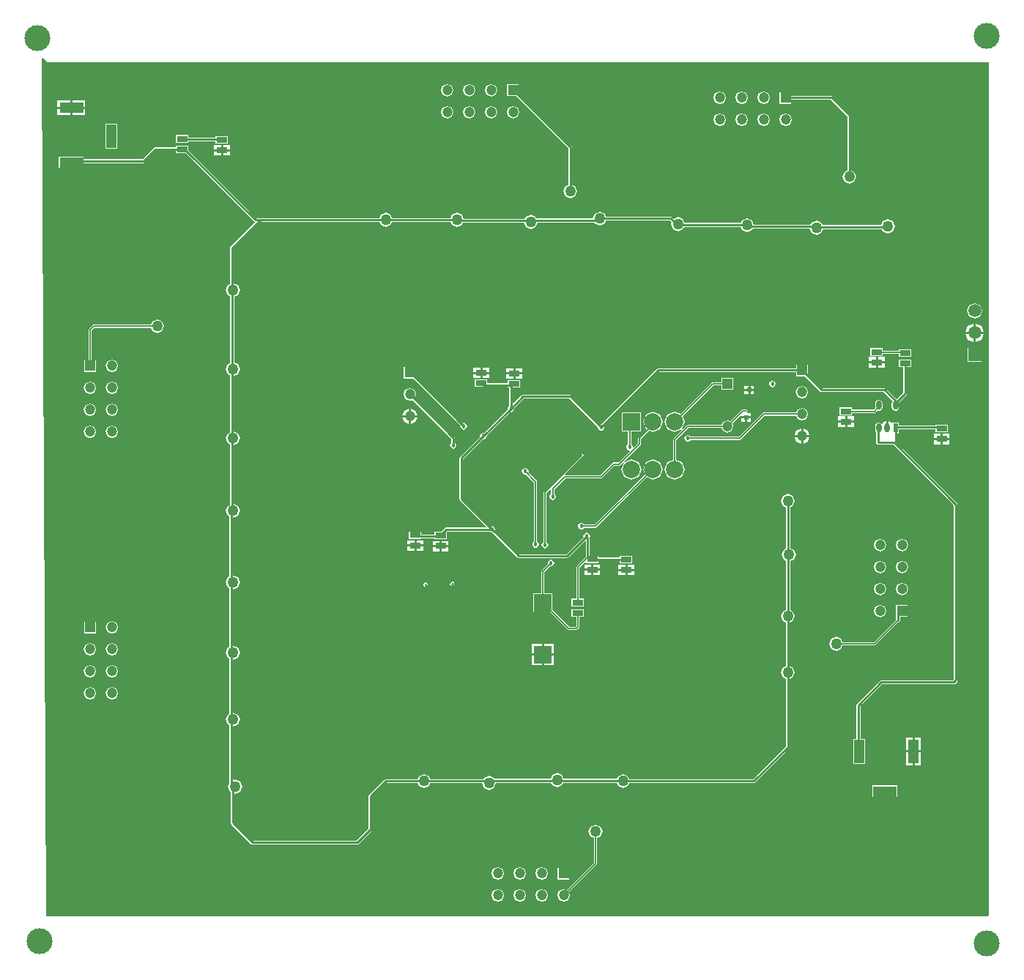
<source format=gbl>
%FSTAX23Y23*%
%MOIN*%
%SFA1B1*%

%IPPOS*%
%ADD12C,0.010000*%
%ADD13R,0.051181X0.027559*%
%ADD22R,0.023622X0.019685*%
%ADD45C,0.007000*%
%ADD46R,0.047244X0.047244*%
%ADD47C,0.047244*%
%ADD48R,0.078740X0.078740*%
%ADD49C,0.078740*%
%ADD50C,0.118110*%
%ADD51R,0.059055X0.059055*%
%ADD52C,0.059055*%
%ADD53R,0.106299X0.047244*%
%ADD54R,0.047244X0.106299*%
%ADD55R,0.047244X0.047244*%
%ADD56C,0.018000*%
%ADD57C,0.050000*%
%ADD58O,0.023622X0.043307*%
%ADD59R,0.023622X0.043307*%
%LNpcb1-1*%
%LPD*%
G36*
X02685Y04485D02*
X0697D01*
Y00605*
X06965Y006*
X0268*
X0266Y04503*
X02664Y04505*
X02685Y04485*
G37*
%LNpcb1-2*%
%LPC*%
G36*
X04705Y04388D02*
X04684Y0438D01*
X04676Y0436*
X04684Y04339*
X04705Y04331*
X04725Y04339*
X04733Y0436*
X04725Y0438*
X04705Y04388*
G37*
G36*
X04605D02*
X04584Y0438D01*
X04576Y0436*
X04584Y04339*
X04605Y04331*
X04625Y04339*
X04633Y0436*
X04625Y0438*
X04605Y04388*
G37*
G36*
X04505D02*
X04484Y0438D01*
X04476Y0436*
X04484Y04339*
X04505Y04331*
X04525Y04339*
X04533Y0436*
X04525Y0438*
X04505Y04388*
G37*
G36*
X05945Y04353D02*
X05924Y04345D01*
X05916Y04325*
X05924Y04304*
X05945Y04296*
X05965Y04304*
X05973Y04325*
X05965Y04345*
X05945Y04353*
G37*
G36*
X05845D02*
X05824Y04345D01*
X05816Y04325*
X05824Y04304*
X05845Y04296*
X05865Y04304*
X05873Y04325*
X05865Y04345*
X05845Y04353*
G37*
G36*
X05745D02*
X05724Y04345D01*
X05716Y04325*
X05724Y04304*
X05745Y04296*
X05765Y04304*
X05773Y04325*
X05765Y04345*
X05745Y04353*
G37*
G36*
X02858Y04313D02*
X028D01*
Y04284*
X02858*
Y04313*
G37*
G36*
X0279D02*
X02731D01*
Y04284*
X0279*
Y04313*
G37*
G36*
X02858Y04274D02*
X028D01*
Y04246*
X02858*
Y04274*
G37*
G36*
X0279D02*
X02731D01*
Y04246*
X0279*
Y04274*
G37*
G36*
X04805Y04288D02*
X04784Y0428D01*
X04776Y0426*
X04784Y04239*
X04805Y04231*
X04825Y04239*
X04833Y0426*
X04825Y0428*
X04805Y04288*
G37*
G36*
X04705D02*
X04684Y0428D01*
X04676Y0426*
X04684Y04239*
X04705Y04231*
X04725Y04239*
X04733Y0426*
X04725Y0428*
X04705Y04288*
G37*
G36*
X04605D02*
X04584Y0428D01*
X04576Y0426*
X04584Y04239*
X04605Y04231*
X04625Y04239*
X04633Y0426*
X04625Y0428*
X04605Y04288*
G37*
G36*
X04505D02*
X04484Y0428D01*
X04476Y0426*
X04484Y04239*
X04505Y04231*
X04525Y04239*
X04533Y0426*
X04525Y0428*
X04505Y04288*
G37*
G36*
X06045Y04253D02*
X06024Y04245D01*
X06016Y04225*
X06024Y04204*
X06045Y04196*
X06065Y04204*
X06073Y04225*
X06065Y04245*
X06045Y04253*
G37*
G36*
X05945D02*
X05924Y04245D01*
X05916Y04225*
X05924Y04204*
X05945Y04196*
X05965Y04204*
X05973Y04225*
X05965Y04245*
X05945Y04253*
G37*
G36*
X05845D02*
X05824Y04245D01*
X05816Y04225*
X05824Y04204*
X05845Y04196*
X05865Y04204*
X05873Y04225*
X05865Y04245*
X05845Y04253*
G37*
G36*
X05745D02*
X05724Y04245D01*
X05716Y04225*
X05724Y04204*
X05745Y04196*
X05765Y04204*
X05773Y04225*
X05765Y04245*
X05745Y04253*
G37*
G36*
X03328Y04155D02*
X03271D01*
Y04121*
X03328*
Y04127*
X03451*
Y04116*
X03508*
Y0415*
X03451*
Y04144*
X03328*
Y04155*
G37*
G36*
X03002Y04205D02*
X02949D01*
Y04093*
X03002*
Y04205*
G37*
G36*
X03515Y0411D02*
X03485D01*
Y04091*
X03515*
Y0411*
G37*
G36*
X03475D02*
X03444D01*
Y04091*
X03475*
Y0411*
G37*
G36*
X03515Y04081D02*
X03485D01*
Y04062*
X03515*
Y04081*
G37*
G36*
X03475D02*
X03444D01*
Y04062*
X03475*
Y04081*
G37*
G36*
X06071Y04351D02*
X06018D01*
Y04298*
X06071*
Y04316*
X06251*
X06326Y04241*
Y03993*
X06312Y03987*
X06302Y03965*
X06312Y03942*
X06335Y03932*
X06357Y03942*
X06367Y03965*
X06357Y03987*
X06343Y03993*
Y04245*
X06341Y04251*
X06261Y04331*
X06255Y04333*
X06071*
Y04351*
G37*
G36*
X04831Y04386D02*
X04778D01*
Y04333*
X04819*
X05056Y04096*
Y03928*
X05042Y03922*
X05032Y039*
X05042Y03877*
X05065Y03867*
X05087Y03877*
X05097Y039*
X05087Y03922*
X05073Y03928*
Y041*
X05071Y04106*
X04831Y04345*
Y04386*
G37*
G36*
X03328Y04108D02*
X03271D01*
Y041*
X03177*
X03171Y04097*
X03119Y04045*
X02851*
Y04058*
X02738*
Y04005*
X02851*
Y04028*
X03123*
X03129Y0403*
X03181Y04082*
X03271*
Y04074*
X03316*
X03627Y03763*
X03628Y03763*
X0363Y03757*
X03518Y03646*
X03516Y0364*
Y03476*
X03507Y03472*
X03497Y0345*
X03507Y03427*
X03518Y03422*
Y03117*
X03507Y03112*
X03497Y0309*
X03507Y03067*
X03516Y03063*
Y02801*
X03507Y02797*
X03497Y02775*
X03507Y02752*
X03516Y02748*
Y02471*
X03507Y02467*
X03497Y02445*
X03507Y02422*
X03513Y02419*
Y02145*
X03507Y02142*
X03497Y0212*
X03507Y02097*
X03513Y02094*
Y01825*
X03507Y01822*
X03497Y018*
X03507Y01777*
X03514Y01773*
Y01521*
X03507Y01517*
X03497Y01495*
X03507Y01472*
X03514Y01469*
Y01205*
X03507Y0119*
X03517Y01167*
X03521Y01165*
Y01025*
X03523Y01018*
X03613Y00928*
X0362Y00926*
X04095*
X04101Y00928*
X04161Y00988*
X04163Y00995*
Y01141*
X04228Y01206*
X04371*
X04377Y01192*
X044Y01182*
X04422Y01192*
X04428Y01206*
X04662*
X04672Y01184*
X04695Y01174*
X04717Y01184*
X04727Y01207*
X04728Y01208*
X04977*
X04982Y01197*
X05005Y01187*
X05027Y01197*
X05032Y01208*
X05275*
X05282Y01192*
X05305Y01182*
X05327Y01192*
X05333Y01206*
X059*
X05906Y01208*
X06061Y01363*
X06063Y0137*
Y01681*
X06077Y01687*
X06087Y0171*
X06077Y01732*
X06063Y01738*
Y01936*
X06077Y01942*
X06087Y01965*
X06077Y01987*
X06066Y01992*
Y02215*
X06082Y02222*
X06092Y02245*
X06082Y02267*
X06066Y02274*
Y02462*
X06077Y02467*
X06087Y0249*
X06077Y02512*
X06055Y02522*
X06032Y02512*
X06022Y0249*
X06032Y02467*
X06048Y0246*
Y02272*
X06037Y02267*
X06027Y02245*
X06037Y02222*
X06048Y02217*
Y01994*
X06032Y01987*
X06022Y01965*
X06032Y01942*
X06046Y01936*
Y01738*
X06032Y01732*
X06022Y0171*
X06032Y01687*
X06046Y01681*
Y01373*
X05896Y01223*
X05333*
X05327Y01237*
X05305Y01247*
X05282Y01237*
X05277Y01226*
X05034*
X05027Y01242*
X05005Y01252*
X04982Y01242*
X04975Y01226*
X04719*
X04717Y0123*
X04695Y01239*
X04672Y0123*
X04669Y01223*
X04428*
X04422Y01237*
X044Y01247*
X04377Y01237*
X04371Y01223*
X04225*
X04218Y01221*
X04148Y01151*
X04146Y01145*
Y00998*
X04091Y00943*
X03623*
X03538Y01028*
Y01156*
X0354Y01157*
X03562Y01167*
X03572Y0119*
X03562Y01212*
X0354Y01222*
X03535Y0122*
X03531Y01223*
Y01463*
X03552Y01472*
X03562Y01495*
X03552Y01517*
X03531Y01526*
Y01768*
X03552Y01777*
X03562Y018*
X03552Y01822*
X03531Y01831*
Y02088*
X03552Y02097*
X03562Y0212*
X03552Y02142*
X03531Y02151*
Y02413*
X03552Y02422*
X03562Y02445*
X03552Y02467*
X03533Y02475*
Y02744*
X03552Y02752*
X03562Y02775*
X03552Y02797*
X03533Y02805*
Y03059*
X03552Y03067*
X03562Y0309*
X03552Y03112*
X03536Y03119*
Y0342*
X03552Y03427*
X03562Y0345*
X03552Y03472*
X03533Y0348*
Y03636*
X03658Y03761*
X04196*
X04202Y03747*
X04225Y03737*
X04247Y03747*
X04253Y03761*
X04521*
X04527Y03747*
X0455Y03737*
X04572Y03747*
X04576Y03756*
X04854*
X04862Y03737*
X04885Y03727*
X04907Y03737*
X04916Y03758*
X05174*
X05177Y03752*
X052Y03742*
X05222Y03752*
X05228Y03766*
X05519*
X05526Y03759*
X05522Y0375*
X05532Y03727*
X05555Y03717*
X05577Y03727*
X05582Y03738*
X0584*
X05847Y03722*
X0587Y03712*
X05892Y03722*
X05896Y0373*
X06153*
X06162Y0371*
X06185Y037*
X06207Y0371*
X06215Y03727*
X06482*
X06487Y03717*
X0651Y03707*
X06532Y03717*
X06542Y0374*
X06532Y03762*
X0651Y03772*
X06487Y03762*
X06479Y03745*
X06212*
X06207Y03756*
X06185Y03765*
X06162Y03756*
X06158Y03747*
X05901*
X05892Y03767*
X0587Y03777*
X05847Y03767*
X05842Y03756*
X05584*
X05577Y03772*
X05555Y03782*
X05536Y03774*
X05529Y03781*
X05523Y03783*
X05228*
X05222Y03797*
X052Y03807*
X05177Y03797*
X05168Y03776*
X0491*
X04907Y03782*
X04885Y03792*
X04862Y03782*
X04858Y03773*
X0458*
X04572Y03792*
X0455Y03802*
X04527Y03792*
X04521Y03778*
X04253*
X04247Y03792*
X04225Y03802*
X04202Y03792*
X04196Y03778*
X03636*
X03328Y04086*
Y04108*
G37*
G36*
X06905Y0339D02*
X0688Y03379D01*
X06869Y03355*
X0688Y0333*
X06905Y03319*
X06929Y0333*
X0694Y03355*
X06929Y03379*
X06905Y0339*
G37*
G36*
X0691Y03295D02*
Y0326D01*
X06945*
X06935Y03285*
X0691Y03295*
G37*
G36*
X069D02*
X06874Y03285D01*
X06864Y0326*
X069*
Y03295*
G37*
G36*
X03185Y03317D02*
X03162Y03307D01*
X03155Y03292*
X02895*
X0289Y03289*
X02875Y03274*
X02872Y0327*
Y03131*
X02853*
Y03078*
X02906*
Y03131*
X02887*
Y03267*
X02897Y03277*
X03155*
X03162Y03262*
X03185Y03252*
X03207Y03262*
X03217Y03285*
X03207Y03307*
X03185Y03317*
G37*
G36*
X06945Y0325D02*
X0691D01*
Y03214*
X06935Y03224*
X06945Y0325*
G37*
G36*
X069D02*
X06864D01*
X06874Y03224*
X069Y03214*
Y0325*
G37*
G36*
X06488Y03185D02*
X06431D01*
Y03151*
X06488*
Y03159*
X06561*
Y03146*
X06618*
Y0318*
X06561*
Y03173*
X06488*
Y03185*
G37*
G36*
X06495Y03145D02*
X06465D01*
Y03126*
X06495*
Y03145*
G37*
G36*
X06455D02*
X06424D01*
Y03126*
X06455*
Y03145*
G37*
G36*
X06937Y03187D02*
X06872D01*
Y03122*
X06937*
Y03187*
G37*
G36*
X06495Y03116D02*
X06465D01*
Y03097*
X06495*
Y03116*
G37*
G36*
X06455D02*
X06424D01*
Y03097*
X06455*
Y03116*
G37*
G36*
X04695Y03097D02*
X04665D01*
Y03078*
X04695*
Y03097*
G37*
G36*
X04655D02*
X04624D01*
Y03078*
X04655*
Y03097*
G37*
G36*
X0298Y03133D02*
X02959Y03125D01*
X02951Y03105*
X02959Y03084*
X0298Y03076*
X03Y03084*
X03008Y03105*
X03Y03125*
X0298Y03133*
G37*
G36*
X04845Y03093D02*
X04815D01*
Y03075*
X04845*
Y03093*
G37*
G36*
X04805D02*
X04774D01*
Y03075*
X04805*
Y03093*
G37*
G36*
X04695Y03068D02*
X04665D01*
Y03049*
X04695*
Y03068*
G37*
G36*
X04655D02*
X04624D01*
Y03049*
X04655*
Y03068*
G37*
G36*
X04845Y03065D02*
X04815D01*
Y03046*
X04845*
Y03065*
G37*
G36*
X04805D02*
X04774D01*
Y03046*
X04805*
Y03065*
G37*
G36*
X05985Y03038D02*
X05974Y03033D01*
X05969Y03022*
X05974Y03012*
X05985Y03007*
X05995Y03012*
X06Y03022*
X05995Y03033*
X05985Y03038*
G37*
G36*
X05901Y03014D02*
X05885D01*
Y03*
X05901*
Y03014*
G37*
G36*
X05875D02*
X05858D01*
Y03*
X05875*
Y03014*
G37*
G36*
X05806Y03049D02*
X05753D01*
Y03029*
X05712*
X05707Y03027*
X05565Y02885*
X0554Y02895*
X05507Y02882*
X05494Y0285*
X05507Y02817*
X0554Y02804*
X05569Y02816*
X05572Y02812*
X05535Y02774*
X05532Y0277*
Y02676*
X05507Y02665*
X05494Y02633*
X05507Y02601*
X0554Y02587*
X05572Y02601*
X05585Y02633*
X05572Y02665*
X05547Y02676*
Y02767*
X05602Y02822*
X05754*
X05759Y02809*
X0578Y02801*
X058Y02809*
X05808Y0283*
X05803Y02843*
X05838Y02878*
X05843Y02876*
Y02875*
X05865*
X05886*
Y02889*
X0587*
X05869Y02894*
X05869Y02895*
X05872Y029*
X05869Y02904*
X05865Y02907*
X0585*
X05845Y02904*
X05793Y02853*
X0578Y02858*
X05759Y0285*
X05754Y02837*
X056*
X05595Y02834*
X05577Y02817*
X05573Y0282*
X05585Y0285*
X05575Y02875*
X05715Y03015*
X05753*
Y02996*
X05806*
Y03049*
G37*
G36*
X0298Y03033D02*
X02959Y03025D01*
X02951Y03005*
X02959Y02984*
X0298Y02976*
X03Y02984*
X03008Y03005*
X03Y03025*
X0298Y03033*
G37*
G36*
X0288D02*
X02859Y03025D01*
X02851Y03005*
X02859Y02984*
X0288Y02976*
X029Y02984*
X02908Y03005*
X029Y03025*
X0288Y03033*
G37*
G36*
X05901Y0299D02*
X05885D01*
Y02975*
X05901*
Y0299*
G37*
G36*
X05875D02*
X05858D01*
Y02975*
X05875*
Y0299*
G37*
G36*
X0612Y03013D02*
X06099Y03005D01*
X06091Y02985*
X06099Y02964*
X0612Y02956*
X0614Y02964*
X06148Y02985*
X0614Y03005*
X0612Y03013*
G37*
G36*
X06618Y03133D02*
X06561D01*
Y03099*
X06581*
Y02983*
X0655Y02952*
X06501Y03001*
X06495Y03003*
X06213*
X06146Y0307*
Y03111*
X06093*
Y03093*
X05465*
X05458Y03091*
X05207Y02839*
X05205Y0284*
X05202Y02839*
X05071Y02971*
X05065Y02973*
X0485*
X04843Y02971*
X04808Y02935*
X04803Y02937*
Y03005*
X04838*
Y03039*
X04781*
Y03027*
X04688*
Y03043*
X04631*
Y03009*
X04688*
Y0301*
X04781*
Y03005*
X04786*
Y02921*
X04784Y0292*
X04779Y0291*
X0478Y02907*
X04672Y02799*
X0467Y028*
X04659Y02795*
X04654Y02785*
X04655Y02782*
X04563Y02691*
X04561Y02685*
Y025*
X04563Y02493*
X04683Y02373*
X04681Y02369*
X045*
X04494Y02366*
X04476Y02349*
X04446*
Y02338*
X04388*
Y02351*
X04331*
Y02318*
X04388*
Y02321*
X04446*
Y02315*
X04503*
Y02349*
X04507Y02351*
X04697*
X04698Y02349*
X04709Y02345*
X04711Y02346*
X04788Y02268*
X04823Y02233*
X0483Y02231*
X0505*
X05056Y02233*
X05131Y02308*
X05135Y02306*
Y02235*
X05095Y02194*
X05092Y02189*
Y02045*
X05071*
Y02011*
X05128*
Y02045*
X05107*
Y02186*
X05131Y02211*
X05136Y02209*
Y02208*
X05193*
Y02215*
X05291*
Y02206*
X05348*
Y0224*
X05291*
Y02232*
X05193*
Y02241*
X05153*
Y02323*
X05152Y02324*
X05155Y0233*
X0515Y0234*
X0514Y02345*
X05129Y0234*
X05124Y0233*
X05125Y02327*
X05046Y02248*
X04833*
X04801Y02281*
X04723Y02358*
X04724Y0236*
X0472Y02371*
X04709Y02375*
X04707Y02374*
X04578Y02503*
Y02681*
X04667Y0277*
X0467Y02769*
X0468Y02774*
X04685Y02785*
X04684Y02787*
X04792Y02895*
X04795Y02894*
X04805Y02899*
X0481Y0291*
X04809Y02912*
X04853Y02956*
X05061*
X0519Y02827*
X05189Y02825*
X05194Y02814*
X05205Y02809*
X05215Y02814*
X0522Y02825*
X05219Y02827*
X05468Y03076*
X06093*
Y03058*
X06134*
X06203Y02988*
X0621Y02986*
X06491*
X06533Y02944*
X06528Y02934*
Y02915*
X06533Y02903*
X06545Y02899*
X06556Y02903*
X06561Y02915*
Y02934*
X06559Y02937*
X06596Y02973*
X06598Y02979*
Y03099*
X06618*
Y03133*
G37*
G36*
X0647Y0295D02*
X06458Y02946D01*
X06454Y02934*
Y02915*
X06454Y02913*
X06447Y02905*
X06348*
Y02915*
X06291*
Y02881*
X06348*
Y02891*
X06449*
X06454Y02893*
X06463Y02901*
X0647Y02899*
X06481Y02903*
X06486Y02915*
Y02934*
X06481Y02946*
X0647Y0295*
G37*
G36*
X0434Y02909D02*
Y0288D01*
X04369*
X0436Y029*
X0434Y02909*
G37*
G36*
X0433D02*
X04309Y029D01*
X043Y0288*
X0433*
Y02909*
G37*
G36*
X0298Y02933D02*
X02959Y02925D01*
X02951Y02905*
X02959Y02884*
X0298Y02876*
X03Y02884*
X03008Y02905*
X03Y02925*
X0298Y02933*
G37*
G36*
X0288D02*
X02859Y02925D01*
X02851Y02905*
X02859Y02884*
X0288Y02876*
X029Y02884*
X02908Y02905*
X029Y02925*
X0288Y02933*
G37*
G36*
X06355Y02875D02*
X06325D01*
Y02856*
X06355*
Y02875*
G37*
G36*
X06315D02*
X06284D01*
Y02856*
X06315*
Y02875*
G37*
G36*
X0612Y02913D02*
X06099Y02905D01*
X06094Y02892*
X05945*
X0594Y02889*
X05832Y02782*
X05612*
X0561Y02785*
X056Y0279*
X05589Y02785*
X05584Y02775*
X05589Y02764*
X056Y02759*
X0561Y02764*
X05612Y02767*
X05835*
X0584Y0277*
X05948Y02877*
X06094*
X06099Y02864*
X0612Y02856*
X0614Y02864*
X06148Y02885*
X0614Y02905*
X0612Y02913*
G37*
G36*
X05886Y02865D02*
X0587D01*
Y0285*
X05886*
Y02865*
G37*
G36*
X0586D02*
X05843D01*
Y0285*
X0586*
Y02865*
G37*
G36*
X04369Y0287D02*
X0434D01*
Y0284*
X0436Y02849*
X04369Y0287*
G37*
G36*
X0433D02*
X043D01*
X04309Y02849*
X0433Y0284*
Y0287*
G37*
G36*
X06355Y02846D02*
X06325D01*
Y02827*
X06355*
Y02846*
G37*
G36*
X06315D02*
X06284D01*
Y02827*
X06315*
Y02846*
G37*
G36*
X06512Y02854D02*
Y02822D01*
X06502*
Y02854*
X0649Y02849*
X06487Y02841*
X06482*
X06481Y02843*
X0647Y02848*
X06458Y02843*
X06454Y02832*
Y02812*
X06458Y02801*
X06458Y02801*
Y02759*
X06457Y02755*
X06459Y02748*
X06465Y02746*
X06535*
X06811Y0247*
Y01678*
X06806Y01673*
X0648*
X06473Y01671*
X0637Y01568*
X06368Y01561*
Y01406*
X06367Y01406*
X06353*
Y01293*
X06406*
Y01406*
X06386*
X06385Y01406*
Y01558*
X06483Y01656*
X0681*
X06816Y01658*
X06826Y01668*
X06828Y01675*
Y02474*
X06826Y0248*
X06551Y02755*
X06553Y0276*
Y02797*
X06559*
Y02816*
X06726*
Y02803*
X06783*
Y02836*
X06726*
Y02833*
X06559*
Y02847*
X0653*
X06525Y02846*
X06524Y02849*
X06512Y02854*
G37*
G36*
X04361Y03101D02*
X04308D01*
Y03048*
X04349*
X04565Y02832*
X04564Y0283*
X04569Y02819*
X0458Y02814*
X0459Y02819*
X04595Y0283*
X0459Y0284*
X0458Y02845*
X04577Y02844*
X04361Y0306*
Y03101*
G37*
G36*
X06125Y02819D02*
Y0279D01*
X06154*
X06145Y0281*
X06125Y02819*
G37*
G36*
X06115D02*
X06094Y0281D01*
X06085Y0279*
X06115*
Y02819*
G37*
G36*
X0679Y02796D02*
X0676D01*
Y02777*
X0679*
Y02796*
G37*
G36*
X0675D02*
X06719D01*
Y02777*
X0675*
Y02796*
G37*
G36*
X0298Y02833D02*
X02959Y02825D01*
X02951Y02805*
X02959Y02784*
X0298Y02776*
X03Y02784*
X03008Y02805*
X03Y02825*
X0298Y02833*
G37*
G36*
X0288D02*
X02859Y02825D01*
X02851Y02805*
X02859Y02784*
X0288Y02776*
X029Y02784*
X02908Y02805*
X029Y02825*
X0288Y02833*
G37*
G36*
X06154Y0278D02*
X06125D01*
Y0275*
X06145Y02759*
X06154Y0278*
G37*
G36*
X06115D02*
X06085D01*
X06094Y02759*
X06115Y0275*
Y0278*
G37*
G36*
X0679Y02767D02*
X0676D01*
Y02748*
X0679*
Y02767*
G37*
G36*
X0675D02*
X06719D01*
Y02748*
X0675*
Y02767*
G37*
G36*
X05441Y02895D02*
X05409Y02882D01*
X05395Y0285*
X05409Y02817*
X05409Y02814*
X05376Y02781*
X05374Y02776*
Y02754*
X05354Y02734*
X05349Y02736*
X05345Y02745*
X05342Y02747*
Y02807*
X05385*
Y02892*
X053*
Y02807*
X05327*
Y02747*
X05324Y02745*
X05319Y02735*
X05324Y02724*
X05333Y0272*
X05335Y02715*
X05285Y02665*
X05263*
X05258Y02663*
X05202Y02607*
X05044*
X05041Y02612*
X05124Y02695*
X05127Y027*
X05124Y02704*
X0512Y02707*
X05115Y02704*
X04945Y02534*
X04942Y0253*
Y02302*
X04939Y023*
X04934Y0229*
X04939Y02279*
X0495Y02274*
X0496Y02279*
X04965Y0229*
X0496Y023*
X04957Y02302*
Y02527*
X04972Y02543*
X04977Y0254*
Y02522*
X04974Y0252*
X04969Y0251*
X04974Y02499*
X04985Y02494*
X04995Y02499*
X05Y0251*
X04995Y0252*
X04992Y02522*
Y02542*
X05042Y02592*
X05205*
X05209Y02595*
X05266Y02651*
X05288*
X05293Y02653*
X05304Y02664*
X05309Y02662*
X05297Y02633*
X0531Y02601*
X05343Y02587*
X05375Y02601*
X05389Y02633*
X05375Y02665*
X05343Y02679*
X05314Y02667*
X05311Y02671*
X05386Y02746*
X05388Y02751*
Y02773*
X05425Y0281*
X05441Y02804*
X05474Y02817*
X05487Y0285*
X05474Y02882*
X05441Y02895*
G37*
G36*
X04335Y03003D02*
X04314Y02995D01*
X04306Y02975*
X04314Y02954*
X04335Y02946*
X04346Y02951*
X04524Y02773*
Y02755*
X04522Y02754*
X04517Y02743*
X04522Y02733*
X04532Y02728*
X04543Y02733*
X04547Y02743*
X04543Y02754*
X04541Y02755*
Y02777*
X04538Y02783*
X04358Y02963*
X04363Y02975*
X04355Y02995*
X04335Y03003*
G37*
G36*
X05441Y02679D02*
X05409Y02665D01*
X05395Y02633*
X05405Y0261*
X05177Y02382*
X05127*
X05125Y02385*
X05115Y0239*
X05104Y02385*
X05099Y02375*
X05104Y02364*
X05115Y02359*
X05125Y02364*
X05127Y02367*
X0518*
X05184Y0237*
X05413Y02599*
X05441Y02587*
X05474Y02601*
X05487Y02633*
X05474Y02665*
X05441Y02679*
G37*
G36*
X04395Y02311D02*
X04365D01*
Y02292*
X04395*
Y02311*
G37*
G36*
X04355D02*
X04324D01*
Y02292*
X04355*
Y02311*
G37*
G36*
X0451Y02308D02*
X0448D01*
Y0229*
X0451*
Y02308*
G37*
G36*
X0447D02*
X04439D01*
Y0229*
X0447*
Y02308*
G37*
G36*
X0486Y0264D02*
X04849Y02635D01*
X04844Y02625*
X04849Y02614*
X0486Y02609*
X04863Y02611*
X049Y02574*
Y02304*
X04896Y02303*
X04892Y02292*
X04896Y02281*
X04907Y02277*
X04918Y02281*
X04922Y02292*
X04918Y02303*
X04914Y02304*
Y02577*
X04912Y02582*
X04873Y02621*
X04875Y02625*
X0487Y02635*
X0486Y0264*
G37*
G36*
X04395Y02282D02*
X04365D01*
Y02263*
X04395*
Y02282*
G37*
G36*
X04355D02*
X04324D01*
Y02263*
X04355*
Y02282*
G37*
G36*
X0451Y0228D02*
X0448D01*
Y02261*
X0451*
Y0228*
G37*
G36*
X0447D02*
X04439D01*
Y02261*
X0447*
Y0228*
G37*
G36*
X06575Y02318D02*
X06554Y0231D01*
X06546Y0229*
X06554Y02269*
X06575Y02261*
X06595Y02269*
X06603Y0229*
X06595Y0231*
X06575Y02318*
G37*
G36*
X06475D02*
X06454Y0231D01*
X06446Y0229*
X06454Y02269*
X06475Y02261*
X06495Y02269*
X06503Y0229*
X06495Y0231*
X06475Y02318*
G37*
G36*
X04977Y02222D02*
X04966Y02218D01*
X04962Y02207*
X04963Y02203*
X04935Y02174*
X04932Y0217*
Y0207*
X04897*
Y01985*
X04972*
X05053Y01905*
X05058Y01902*
X05094*
X05099Y01905*
X05104Y0191*
X05107Y01915*
Y01964*
X05128*
Y01998*
X05071*
Y01964*
X05092*
Y01918*
X05091Y01917*
X05061*
X04982Y01995*
Y0207*
X04947*
Y02167*
X04973Y02193*
X04977Y02192*
X04988Y02196*
X04992Y02207*
X04988Y02218*
X04977Y02222*
G37*
G36*
X052Y02201D02*
X0517D01*
Y02182*
X052*
Y02201*
G37*
G36*
X0516D02*
X05129D01*
Y02182*
X0516*
Y02201*
G37*
G36*
X05355Y022D02*
X05325D01*
Y02181*
X05355*
Y022*
G37*
G36*
X05315D02*
X05284D01*
Y02181*
X05315*
Y022*
G37*
G36*
X06575Y02218D02*
X06554Y0221D01*
X06546Y0219*
X06554Y02169*
X06575Y02161*
X06595Y02169*
X06603Y0219*
X06595Y0221*
X06575Y02218*
G37*
G36*
X06475D02*
X06454Y0221D01*
X06446Y0219*
X06454Y02169*
X06475Y02161*
X06495Y02169*
X06503Y0219*
X06495Y0221*
X06475Y02218*
G37*
G36*
X052Y02172D02*
X0517D01*
Y02153*
X052*
Y02172*
G37*
G36*
X0516D02*
X05129D01*
Y02153*
X0516*
Y02172*
G37*
G36*
X05355Y02171D02*
X05325D01*
Y02152*
X05355*
Y02171*
G37*
G36*
X05315D02*
X05284D01*
Y02152*
X05315*
Y02171*
G37*
G36*
X0453Y02122D02*
X04523Y02119D01*
X04521Y02117*
X04518Y02111*
X04521Y02105*
X04527Y02102*
X04533Y02105*
X04536Y02107*
X04538Y02113*
X04536Y02119*
X0453Y02122*
G37*
G36*
X04407Y02119D02*
X04401Y02117D01*
X04398Y02114*
X04396Y02108*
X04398Y02102*
X04405Y02099*
X04411Y02102*
X04413Y02105*
X04416Y02111*
X04413Y02117*
X04407Y02119*
G37*
G36*
X06575Y02118D02*
X06554Y0211D01*
X06546Y0209*
X06554Y02069*
X06575Y02061*
X06595Y02069*
X06603Y0209*
X06595Y0211*
X06575Y02118*
G37*
G36*
X06475D02*
X06454Y0211D01*
X06446Y0209*
X06454Y02069*
X06475Y02061*
X06495Y02069*
X06503Y0209*
X06495Y0211*
X06475Y02118*
G37*
G36*
Y02018D02*
X06454Y0201D01*
X06446Y0199*
X06454Y01969*
X06475Y01961*
X06495Y01969*
X06503Y0199*
X06495Y0201*
X06475Y02018*
G37*
G36*
X02906Y01941D02*
X02853D01*
Y01888*
X02906*
Y01941*
G37*
G36*
X0298Y01943D02*
X02959Y01935D01*
X02951Y01915*
X02959Y01894*
X0298Y01886*
X03Y01894*
X03008Y01915*
X03Y01935*
X0298Y01943*
G37*
G36*
X06601Y02016D02*
X06548D01*
Y01972*
X06547Y01971*
Y01947*
X06447Y01847*
X06304*
X06297Y01862*
X06275Y01872*
X06252Y01862*
X06242Y0184*
X06252Y01817*
X06275Y01807*
X06297Y01817*
X06304Y01832*
X0645*
X06454Y01835*
X06558Y01938*
X06562Y0194*
X06565Y01946*
Y01963*
X06601*
Y02016*
G37*
G36*
X04989Y01841D02*
X04945D01*
Y01796*
X04989*
Y01841*
G37*
G36*
X04935D02*
X0489D01*
Y01796*
X04935*
Y01841*
G37*
G36*
X0298Y01843D02*
X02959Y01835D01*
X02951Y01815*
X02959Y01794*
X0298Y01786*
X03Y01794*
X03008Y01815*
X03Y01835*
X0298Y01843*
G37*
G36*
X0288D02*
X02859Y01835D01*
X02851Y01815*
X02859Y01794*
X0288Y01786*
X029Y01794*
X02908Y01815*
X029Y01835*
X0288Y01843*
G37*
G36*
X04989Y01786D02*
X04945D01*
Y01742*
X04989*
Y01786*
G37*
G36*
X04935D02*
X0489D01*
Y01742*
X04935*
Y01786*
G37*
G36*
X0298Y01743D02*
X02959Y01735D01*
X02951Y01715*
X02959Y01694*
X0298Y01686*
X03Y01694*
X03008Y01715*
X03Y01735*
X0298Y01743*
G37*
G36*
X0288D02*
X02859Y01735D01*
X02851Y01715*
X02859Y01694*
X0288Y01686*
X029Y01694*
X02908Y01715*
X029Y01735*
X0288Y01743*
G37*
G36*
X0298Y01643D02*
X02959Y01635D01*
X02951Y01615*
X02959Y01594*
X0298Y01586*
X03Y01594*
X03008Y01615*
X03Y01635*
X0298Y01643*
G37*
G36*
X0288D02*
X02859Y01635D01*
X02851Y01615*
X02859Y01594*
X0288Y01586*
X029Y01594*
X02908Y01615*
X029Y01635*
X0288Y01643*
G37*
G36*
X06661Y01413D02*
X06633D01*
Y01355*
X06661*
Y01413*
G37*
G36*
X06623D02*
X06594D01*
Y01355*
X06623*
Y01413*
G37*
G36*
X06661Y01345D02*
X06633D01*
Y01286*
X06661*
Y01345*
G37*
G36*
X06623D02*
X06594D01*
Y01286*
X06623*
Y01345*
G37*
G36*
X06554Y01195D02*
X06441D01*
Y01142*
X06554*
Y01195*
G37*
G36*
X05061Y00821D02*
X05008D01*
Y00768*
X05061*
Y00821*
G37*
G36*
X04935Y00823D02*
X04914Y00815D01*
X04906Y00795*
X04914Y00774*
X04935Y00766*
X04955Y00774*
X04963Y00795*
X04955Y00815*
X04935Y00823*
G37*
G36*
X04835D02*
X04814Y00815D01*
X04806Y00795*
X04814Y00774*
X04835Y00766*
X04855Y00774*
X04863Y00795*
X04855Y00815*
X04835Y00823*
G37*
G36*
X04735D02*
X04714Y00815D01*
X04706Y00795*
X04714Y00774*
X04735Y00766*
X04755Y00774*
X04763Y00795*
X04755Y00815*
X04735Y00823*
G37*
G36*
X0518Y01017D02*
X05157Y01007D01*
X05147Y00985*
X05157Y00962*
X05172Y00955*
Y00842*
X05048Y00718*
X05035Y00723*
X05014Y00715*
X05006Y00695*
X05014Y00674*
X05035Y00666*
X05055Y00674*
X05063Y00695*
X05058Y00708*
X05184Y00835*
X05187Y0084*
Y00955*
X05202Y00962*
X05212Y00985*
X05202Y01007*
X0518Y01017*
G37*
G36*
X04935Y00723D02*
X04914Y00715D01*
X04906Y00695*
X04914Y00674*
X04935Y00666*
X04955Y00674*
X04963Y00695*
X04955Y00715*
X04935Y00723*
G37*
G36*
X04835D02*
X04814Y00715D01*
X04806Y00695*
X04814Y00674*
X04835Y00666*
X04855Y00674*
X04863Y00695*
X04855Y00715*
X04835Y00723*
G37*
G36*
X04735D02*
X04714Y00715D01*
X04706Y00695*
X04714Y00674*
X04735Y00666*
X04755Y00674*
X04763Y00695*
X04755Y00715*
X04735Y00723*
G37*
%LNpcb1-3*%
%LPD*%
G54D12*
X04335Y03075D02*
X0458Y0283D01*
X04892Y03767D02*
X05192D01*
X04225Y0377D02*
X0455D01*
X03655D02*
X04225D01*
X03477Y04136D02*
X0348Y04133D01*
X03302Y04136D02*
X03477D01*
X033Y04138D02*
X03302Y04136D01*
X0447Y0233D02*
X045Y0236D01*
X0437Y0233D02*
X0447D01*
X04787Y03018D02*
X04795Y03011D01*
X05335Y02841D02*
X05343Y0285D01*
X05465Y03085D02*
X0612D01*
X05205Y02825D02*
X05465Y03085D01*
X0612D02*
X0621Y02995D01*
X06495D02*
X0655Y02939D01*
X0621Y02995D02*
X06495D01*
X06587Y03166D02*
X0659Y03163D01*
X0646Y03168D02*
X06462Y03166D01*
X0282Y04036D02*
X03123D01*
X03633Y0377D02*
X03655D01*
X03311Y04091D02*
X03633Y0377D01*
X033Y04091D02*
X03311D01*
X03527Y03082D02*
Y03447D01*
X03525Y02445D02*
Y0308D01*
X044Y01215D02*
X04695D01*
X0353Y01025D02*
Y01195D01*
X03123Y04036D02*
X03177Y04091D01*
X033*
X0655Y02939D02*
X0659Y02979D01*
X06545Y02934D02*
X0655Y02939D01*
X06547Y02825D02*
X06755D01*
X06539Y02755D02*
X0682Y02474D01*
Y01675D02*
Y02474D01*
X0681Y01665D02*
X0682Y01675D01*
X0648Y01665D02*
X0681D01*
X06376Y01561D02*
X0648Y01665D01*
X06376Y01395D02*
Y01561D01*
X0659Y02979D02*
Y03116D01*
X06467Y02755D02*
X06539D01*
X06465D02*
X06467D01*
Y0282*
X0647Y02822*
X06539Y02755D02*
X06545Y0276D01*
Y02822*
X06547Y02825*
X06376Y01395D02*
X06381Y0139D01*
X0514Y02327D02*
Y0233D01*
Y02327D02*
X05144Y02323D01*
Y02233D02*
Y02323D01*
Y02233D02*
X05153Y02225D01*
X05165*
X05319Y02224D02*
X0532Y02223D01*
X05165Y02224D02*
X05319D01*
X05165Y02225D02*
X05165Y02224D01*
X0505Y0224D02*
X0514Y0233D01*
X0483Y0224D02*
X0505D01*
X04795Y02275D02*
X0483Y0224D01*
X04795Y02275D02*
D01*
X04709Y0236D02*
X04795Y02275D01*
X0457Y025D02*
X04709Y0236D01*
X0457Y025D02*
Y02685D01*
X0467Y02785*
X0436Y02335D02*
X04371D01*
X045Y0236D02*
X04709D01*
X04335Y02975D02*
X04532Y02777D01*
Y02743D02*
Y02777D01*
X0485Y02965D02*
X05065D01*
X05205Y02825*
X04795Y0291D02*
X0485Y02965D01*
X0467Y02785D02*
X04795Y0291D01*
Y03011*
X04667Y03018D02*
X04787D01*
X04665Y03021D02*
X04667Y03018D01*
X04527Y02111D02*
X0453Y02113D01*
X04405Y02108D02*
X04407Y02111D01*
X06055Y0249D02*
X06057Y02487D01*
Y02247D02*
Y02487D01*
Y02247D02*
X0606Y02245D01*
X06185Y03733D02*
X06188Y03736D01*
X06506*
X0651Y0374*
X06055Y0137D02*
Y0171D01*
X059Y01215D02*
X06055Y0137D01*
X05305Y01215D02*
X059D01*
X04225D02*
X044D01*
X04155Y01145D02*
X04225Y01215D01*
X04155Y00995D02*
Y01145D01*
X04095Y00935D02*
X04155Y00995D01*
X0362Y00935D02*
X04095D01*
X0353Y01025D02*
X0362Y00935D01*
X03525Y03455D02*
Y0364D01*
Y03455D02*
X0353Y0345D01*
X03525Y0364D02*
X03655Y0377D01*
X05302Y01217D02*
X05305Y01215D01*
X05007Y01217D02*
X05302D01*
X05005Y0122D02*
X05007Y01217D01*
X05002D02*
X05005Y0122D01*
X04697Y01217D02*
X05002D01*
X04695Y01215D02*
X04697Y01217D01*
X06556Y01946D02*
Y01971D01*
X06575Y0199*
X06055Y01965D02*
X06057Y01967D01*
Y02242*
X0606Y02245*
X06055Y0171D02*
Y01965D01*
X06335Y03965D02*
Y04245D01*
X06255Y04325D02*
X06335Y04245D01*
X06045Y04325D02*
X06255D01*
X06179Y03739D02*
X06185Y03733D01*
X05875Y03739D02*
X06179D01*
X0587Y03745D02*
X05875Y03739D01*
X05867Y03747D02*
X0587Y03745D01*
X05557Y03747D02*
X05867D01*
X05555Y0375D02*
X05557Y03747D01*
X05548Y0375D02*
X05555D01*
X05523Y03775D02*
X05548Y0375D01*
X052Y03775D02*
X05523D01*
X04805Y0436D02*
X05065Y041D01*
Y039D02*
Y041D01*
X05192Y03767D02*
X052Y03775D01*
X04885Y0376D02*
X04892Y03767D01*
X0488Y03765D02*
X04885Y0376D01*
X04555Y03765D02*
X0488D01*
X0455Y0377D02*
X04555Y03765D01*
X03522Y01197D02*
Y01492D01*
X03523Y01498D02*
Y01796D01*
X03522Y01802D02*
Y02117D01*
Y02122D02*
Y02442D01*
X03527Y03447D02*
X0353Y0345D01*
G54D13*
X0436Y02287D03*
Y02335D03*
X04475Y02285D03*
Y02332D03*
X051Y01981D03*
Y02028D03*
X05165Y02177D03*
Y02225D03*
X0348Y04086D03*
Y04133D03*
X033Y04091D03*
Y04138D03*
X0646Y03121D03*
Y03168D03*
X06755Y0282D03*
Y02772D03*
X0632Y02851D03*
Y02898D03*
X0659Y03163D03*
Y03116D03*
X0466Y03026D03*
Y03073D03*
X0481Y03022D03*
Y0307D03*
X0532Y02223D03*
Y02176D03*
G54D22*
X0588Y02995D03*
X05865Y0287D03*
G54D45*
X0494Y0217D02*
X04977Y02207D01*
X0494Y02028D02*
Y0217D01*
X05094Y0191D02*
X051Y01915D01*
Y01981*
X05058Y0191D02*
X05094D01*
X0494Y02028D02*
X05058Y0191D01*
X051Y02189D02*
X05144Y02233D01*
X051Y02028D02*
Y02189D01*
X05712Y03022D02*
X0578D01*
X0554Y0285D02*
X05712Y03022D01*
X05381Y02776D02*
X0544Y02835D01*
X05381Y02751D02*
Y02776D01*
X05205Y026D02*
X05263Y02658D01*
X05288*
X05335Y02735D02*
Y02841D01*
X0585Y029D02*
X05865D01*
X0578Y0283D02*
X0585Y029D01*
X056Y02775D02*
X05835D01*
X056Y0283D02*
X0578D01*
X0554Y0277D02*
X056Y0283D01*
X0554Y02633D02*
Y0277D01*
X05835Y02775D02*
X05945Y02885D01*
X05288Y02658D02*
X05381Y02751D01*
X0504Y026D02*
X05205D01*
X05945Y02885D02*
X0612D01*
X04907Y02292D02*
Y02577D01*
X0486Y02625D02*
X04907Y02577D01*
X06462Y03166D02*
X06587D01*
X06449Y02898D02*
X06463Y02912D01*
X0632Y02898D02*
X06449D01*
X0518Y02375D02*
X05432Y02627D01*
X05115Y02375D02*
X0518D01*
X04985Y02545D02*
X0504Y026D01*
X04985Y0251D02*
Y02545D01*
X0495Y0253D02*
X0512Y027D01*
X0495Y0229D02*
Y0253D01*
X05035Y00695D02*
X0518Y0084D01*
Y00985*
X0645Y0184D02*
X06556Y01946D01*
X06275Y0184D02*
X0645D01*
X0288Y03105D02*
Y0327D01*
X02895Y03285*
X03185*
G54D46*
X0612Y03085D03*
X04335Y03075D03*
X06575Y0199D03*
X0288Y01915D03*
Y03105D03*
G54D47*
X0612Y02985D03*
Y02885D03*
Y02785D03*
X0578Y0283D03*
X05745Y04225D03*
X05845D03*
X05945D03*
X06045D03*
X05745Y04325D03*
X05845D03*
X05945D03*
X04335Y02975D03*
Y02875D03*
X06475Y0229D03*
Y0219D03*
Y0209D03*
Y0199D03*
X06575Y0229D03*
Y0219D03*
Y0209D03*
X04935Y00795D03*
X04835D03*
X04735D03*
X05035Y00695D03*
X04935D03*
X04835D03*
X04735D03*
X0288Y01815D03*
Y01715D03*
Y01615D03*
X0298Y01915D03*
Y01815D03*
Y01715D03*
Y01615D03*
X0288Y03005D03*
Y02905D03*
Y02805D03*
X0298Y03105D03*
Y03005D03*
Y02905D03*
Y02805D03*
X04705Y0436D03*
X04605D03*
X04505D03*
X04805Y0426D03*
X04705D03*
X04605D03*
X04505D03*
G54D48*
X0494Y02028D03*
Y01791D03*
X05343Y0285D03*
G54D49*
X05441Y0285D03*
X0554D03*
X05343Y02633D03*
X05441D03*
X0554D03*
G54D50*
X0264Y04595D03*
X0696Y04605D03*
Y00475D03*
X0265Y00485D03*
G54D51*
X06905Y03155D03*
G54D52*
X06905Y03255D03*
Y03355D03*
G54D53*
X02795Y04279D03*
Y04031D03*
X06498Y01168D03*
G54D54*
X02976Y04149D03*
X06628Y0135D03*
X0638D03*
G54D55*
X0578Y03022D03*
X06045Y04325D03*
X05035Y00795D03*
X04805Y0436D03*
G54D56*
X0458Y0283D03*
X04977Y02207D03*
X05335Y02735D03*
X05985Y03022D03*
X056Y02775D03*
X0486Y02625D03*
X06381Y0139D03*
X06376Y01395D03*
X05115Y02375D03*
X04985Y0251D03*
X0495Y0229D03*
X04907Y02292D03*
X0514Y0233D03*
X04709Y0236D03*
X0467Y02785D03*
X04795Y0291D03*
X05205Y02825D03*
X04532Y02743D03*
G54D57*
X0353Y02445D03*
X0518Y00985D03*
X044Y01215D03*
X04695Y01207D03*
X05305Y01215D03*
X05005Y0122D03*
X06275Y0184D03*
X06055Y0171D03*
Y01965D03*
X0606Y02245D03*
X06055Y0249D03*
X06335Y03965D03*
X0651Y0374D03*
X06185Y03733D03*
X0587Y03745D03*
X05555Y0375D03*
X05065Y039D03*
X052Y03775D03*
X04885Y0376D03*
X0455Y0377D03*
X04225D03*
X0354Y0119D03*
X0353Y01495D03*
Y018D03*
Y0212D03*
Y02775D03*
X03185Y03285D03*
X0353Y0309D03*
Y0345D03*
G54D58*
X0647Y02925D03*
X06545D03*
X0647Y02822D03*
X06507D03*
G54D59*
X06545Y02822D03*
M02*
</source>
